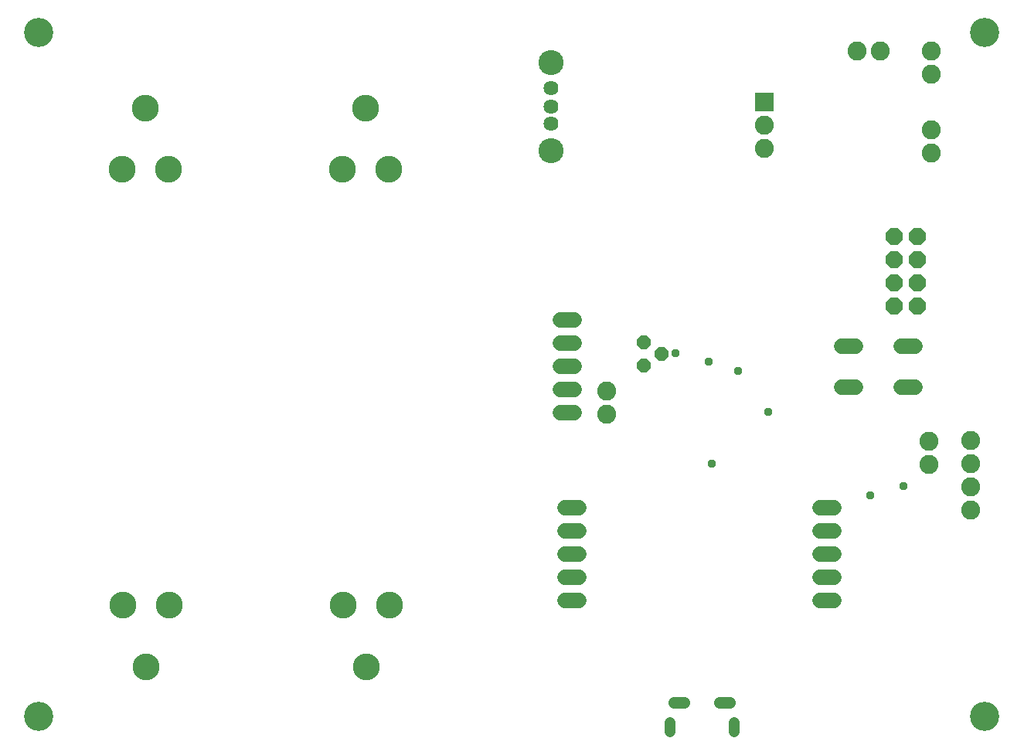
<source format=gbr>
G04 EAGLE Gerber RS-274X export*
G75*
%MOMM*%
%FSLAX34Y34*%
%LPD*%
%INSoldermask Bottom*%
%IPPOS*%
%AMOC8*
5,1,8,0,0,1.08239X$1,22.5*%
G01*
%ADD10C,3.203200*%
%ADD11C,2.082800*%
%ADD12C,2.946400*%
%ADD13R,2.082800X2.082800*%
%ADD14C,1.727200*%
%ADD15P,2.034460X8X292.500000*%
%ADD16P,1.649562X8X292.500000*%
%ADD17C,1.625600*%
%ADD18C,2.743200*%
%ADD19C,1.261200*%
%ADD20C,1.211200*%
%ADD21C,0.959600*%


D10*
X25400Y25400D03*
X25400Y774700D03*
X1061720Y774700D03*
X1061720Y25400D03*
D11*
X1003300Y728980D03*
X1003300Y754380D03*
X1003300Y642620D03*
X1003300Y668020D03*
D12*
X358040Y624880D03*
X383440Y692360D03*
X408840Y624880D03*
X409040Y147280D03*
X383640Y79800D03*
X358240Y147280D03*
X167740Y147280D03*
X142340Y79800D03*
X116940Y147280D03*
X116740Y624880D03*
X142140Y692360D03*
X167540Y624880D03*
D11*
X922020Y754380D03*
X947420Y754380D03*
D13*
X820420Y698500D03*
D11*
X820420Y673100D03*
X820420Y647700D03*
D14*
X969772Y386334D02*
X985012Y386334D01*
X985012Y431546D02*
X969772Y431546D01*
X919988Y386334D02*
X904748Y386334D01*
X904748Y431546D02*
X919988Y431546D01*
X612140Y459740D02*
X596900Y459740D01*
X596900Y434340D02*
X612140Y434340D01*
X612140Y408940D02*
X596900Y408940D01*
X596900Y383540D02*
X612140Y383540D01*
X612140Y358140D02*
X596900Y358140D01*
X881380Y254000D02*
X896620Y254000D01*
X896620Y228600D02*
X881380Y228600D01*
X881380Y203200D02*
X896620Y203200D01*
X896620Y177800D02*
X881380Y177800D01*
X881380Y152400D02*
X896620Y152400D01*
X617220Y254000D02*
X601980Y254000D01*
X601980Y228600D02*
X617220Y228600D01*
X617220Y203200D02*
X601980Y203200D01*
X601980Y177800D02*
X617220Y177800D01*
X617220Y152400D02*
X601980Y152400D01*
D11*
X646938Y357124D03*
X646938Y382524D03*
X1000760Y327533D03*
X1000760Y302133D03*
D15*
X962406Y551180D03*
X987806Y551180D03*
X962406Y525780D03*
X987806Y525780D03*
X962406Y500380D03*
X987806Y500380D03*
X962406Y474980D03*
X987806Y474980D03*
D16*
X688340Y409956D03*
X707390Y422656D03*
X688340Y435356D03*
D11*
X1045972Y251460D03*
X1045972Y276860D03*
X1045972Y302260D03*
X1045972Y327660D03*
D17*
X586740Y693928D03*
D18*
X586740Y645928D03*
X586740Y741928D03*
D17*
X586740Y713928D03*
X586740Y674928D03*
D19*
X721296Y41224D02*
X731876Y41224D01*
X771296Y41224D02*
X781876Y41224D01*
D20*
X716586Y19264D02*
X716586Y9184D01*
X786586Y9184D02*
X786586Y19264D01*
D21*
X790869Y403994D03*
X824230Y359410D03*
X762762Y302768D03*
X972820Y278130D03*
X759288Y414726D03*
X935990Y267970D03*
X723011Y423418D03*
M02*

</source>
